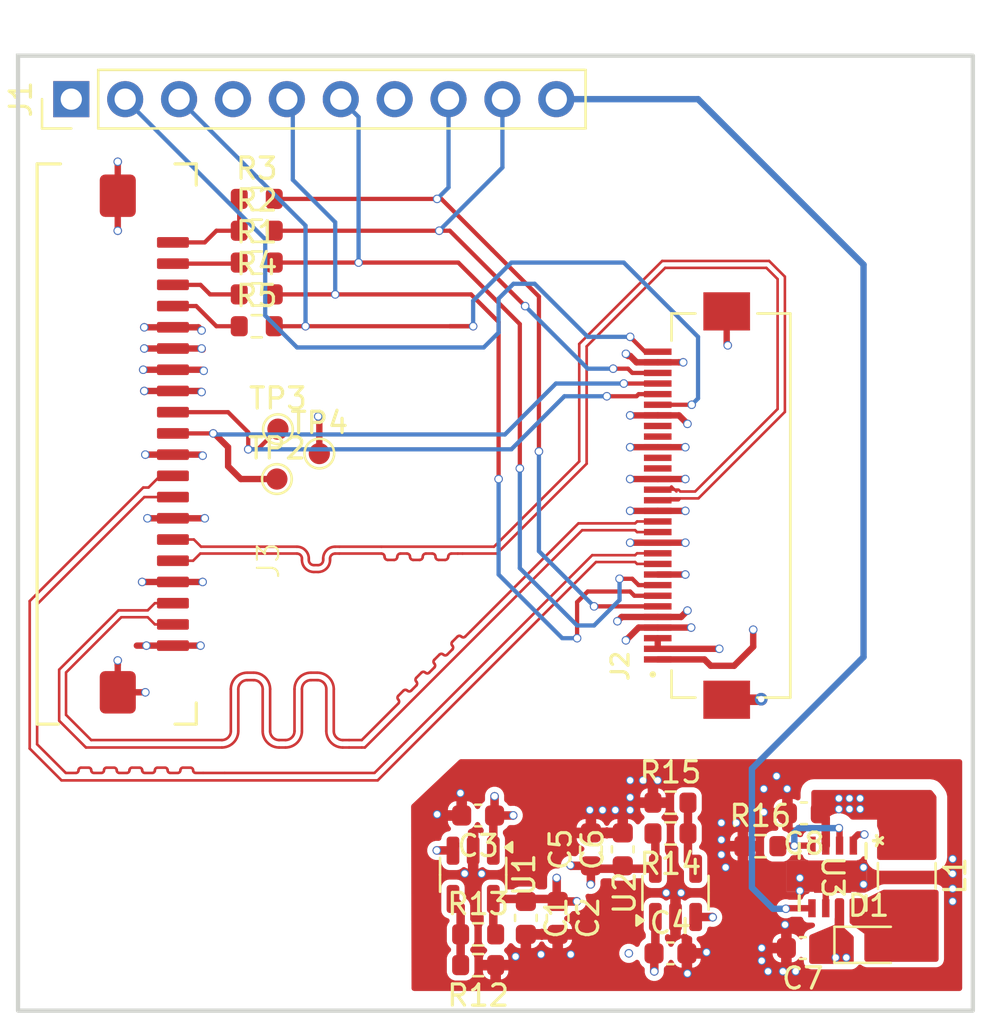
<source format=kicad_pcb>
(kicad_pcb (version 20241229) (generator "pcbnew") (generator_version "9.0")
  (layers (0 "F.Cu" signal) (4 "In1.Cu" signal) (6 "In2.Cu" signal) (2 "B.Cu" signal) (13 "F.Paste" user) (15 "B.Paste" user) (5 "F.SilkS" user "F.Silkscreen") (7 "B.SilkS" user "B.Silkscreen") (1 "F.Mask" user) (3 "B.Mask" user) (25 "Edge.Cuts" user))
  (net 0 "")
  (net 1 "GND")
  (net 2 "+2V8")
  (net 3 "+3V3")
  (net 4 "/ LED_A")
  (net 5 "Net-(D1-A)")
  (net 6 "/DC_LED_PWM")
  (net 7 "/PWM")
  (net 8 "Net-(J3-Pin_19)")
  (net 9 "/TP_RES")
  (net 10 "Net-(J3-Pin_20)")
  (net 11 "/RESET")
  (net 12 "/TE")
  (net 13 "Net-(J3-Pin_18)")
  (net 14 "/TP_INT")
  (net 15 "Net-(J3-Pin_17)")
  (net 16 "/LCM_ID")
  (net 17 "Net-(U1-FB)")
  (net 18 "Net-(U2-FB)")
  (net 19 "Net-(U3-FB)")
  (net 20 "/ LED_K")
  (net 21 "/D0_P")
  (net 22 "+1V8")
  (net 23 "/D3_N")
  (net 24 "/CLK_P")
  (net 25 "/D1_P")
  (net 26 "/D0_N")
  (net 27 "/TP_SDA")
  (net 28 "/CLK_N")
  (net 29 "/TP_SCL")
  (net 30 "/D3_P")
  (net 31 "/D2_P")
  (net 32 "/D1_N")
  (net 33 "/D2_N")
  (footprint "TestPoint:TestPoint_Pad_D1.0mm" (layer "F.Cu") (at 110.05 51.1)
    (property "Reference" "TP4")
    (property "Value" "TestPoint")
  )
  (footprint "Resistor_SMD:R_0603_1608Metric" (layer "F.Cu") (at 107.1 40.6)
    (property "Reference" "R2")
    (property "Value" "0")
  )
  (footprint "Connector_PinHeader_2.54mm:PinHeader_1x10_P2.54mm_Vertical" (layer "F.Cu") (at 98.36 34.4 90)
    (property "Reference" "J1")
    (property "Value" "Conn_01x10")
  )
  (footprint "Capacitor_SMD:C_0603_1608Metric" (layer "F.Cu") (at 124.35 69.75 90)
    (property "Reference" "C6")
    (property "Value" "4.7uF")
  )
  (footprint "Package_TO_SOT_SMD:SOT-23-5" (layer "F.Cu") (at 117.3 70.95 -90)
    (property "Reference" "U1")
    (property "Value" "TLV75801PDBV")
  )
  (footprint "Resistor_SMD:R_0603_1608Metric" (layer "F.Cu") (at 107.1 43.6)
    (property "Reference" "R4")
    (property "Value" "0")
  )
  (footprint "Capacitor_SMD:C_0603_1608Metric" (layer "F.Cu") (at 122.85 69.75 90)
    (property "Reference" "C5")
    (property "Value" "0.47uF")
  )
  (footprint "Resistor_SMD:R_0603_1608Metric" (layer "F.Cu") (at 107.1 42.1)
    (property "Reference" "R1")
    (property "Value" "0")
  )
  (footprint "Diode_SMD:D_SOD-323" (layer "F.Cu") (at 135.9375 74.25)
    (property "Reference" "D1")
    (property "Value" "1N5819WS")
  )
  (footprint "TestPoint:TestPoint_Pad_D1.0mm" (layer "F.Cu") (at 108.1 49.95)
    (property "Reference" "TP3")
    (property "Value" "TestPoint")
  )
  (footprint "Resistor_SMD:R_0603_1608Metric" (layer "F.Cu") (at 130.8375 69.6)
    (property "Reference" "R16")
    (property "Value" "6.8")
  )
  (footprint "lib:DRB8_1P75X1P5" (layer "F.Cu") (at 134.2438 71.05 -90)
    (property "Reference" "U3")
    (property "Value" "TPS61042DRBR")
  )
  (footprint "Capacitor_SMD:C_0603_1608Metric" (layer "F.Cu") (at 119.785 72.980001 -90)
    (property "Reference" "C1")
    (property "Value" "0.47uF")
  )
  (footprint "lib:HIROSE_FH12-30S-0.5SH_55_" (layer "F.Cu") (at 126 53.55 90)
    (property "Reference" "J2")
    (property "Value" "FH12-30S-0.5SH_55_")
  )
  (footprint "Inductor_SMD:L_1210_3225Metric" (layer "F.Cu") (at 137.7375 71 -90)
    (property "Reference" "L1")
    (property "Value" "L")
  )
  (footprint "Capacitor_SMD:C_0603_1608Metric" (layer "F.Cu") (at 132.8875 68.05 180)
    (property "Reference" "C8")
    (property "Value" "4.7uF")
  )
  (footprint "Package_TO_SOT_SMD:SOT-23-5" (layer "F.Cu") (at 126.8375 71.8 90)
    (property "Reference" "U2")
    (property "Value" "TLV75801PDBV")
  )
  (footprint "TestPoint:TestPoint_Pad_D1.0mm" (layer "F.Cu") (at 108.05 52.3)
    (property "Reference" "TP2")
    (property "Value" "TestPoint")
  )
  (footprint "Resistor_SMD:R_0603_1608Metric" (layer "F.Cu") (at 107.1 39.1)
    (property "Reference" "R3")
    (property "Value" "0")
  )
  (footprint "Resistor_SMD:R_0603_1608Metric" (layer "F.Cu") (at 107.1 45.1)
    (property "Reference" "R5")
    (property "Value" "0")
  )
  (footprint "Resistor_SMD:R_0603_1608Metric" (layer "F.Cu") (at 117.535 73.755001)
    (property "Reference" "R13")
    (property "Value" "160k")
  )
  (footprint "Capacitor_SMD:C_0603_1608Metric" (layer "F.Cu") (at 117.535 68.155001 180)
    (property "Reference" "C3")
    (property "Value" "0.47uF")
  )
  (footprint "Capacitor_SMD:C_0603_1608Metric" (layer "F.Cu") (at 132.8375 74.4 180)
    (property "Reference" "C7")
    (property "Value" "1uF")
  )
  (footprint "Resistor_SMD:R_0603_1608Metric" (layer "F.Cu") (at 126.6 67.55)
    (property "Reference" "R15")
    (property "Value" "100k")
  )
  (footprint "Capacitor_SMD:C_0603_1608Metric" (layer "F.Cu") (at 121.285 72.980001 -90)
    (property "Reference" "C2")
    (property "Value" "4.7uF")
  )
  (footprint "Resistor_SMD:R_0603_1608Metric" (layer "F.Cu") (at 126.6 69 180)
    (property "Reference" "R14")
    (property "Value" "230k")
  )
  (footprint "Resistor_SMD:R_0603_1608Metric" (layer "F.Cu") (at 117.535 75.205001 180)
    (property "Reference" "R12")
    (property "Value" "39k")
  )
  (footprint "Capacitor_SMD:C_0603_1608Metric" (layer "F.Cu") (at 126.6 74.65)
    (property "Reference" "C4")
    (property "Value" "0.47uF")
  )
  (footprint "lib:FC-10A20P11H20" (layer "F.Cu") (at 108.15 56.15 90)
    (property "Reference" "J3")
    (property "Value" "Conn_01x22")
  )
  (gr_rect (start 95.85 32.35) (end 140.85 77.35) (stroke (width 0.2)) (fill no) (layer "Edge.Cuts"))
  (segment (start 110.05 49.4) (end 110 49.35) (width 0.3) (layer "F.Cu") (net 1))
  (segment (start 104.45 60.15) (end 103.15 60.15) (width 0.3) (layer "F.Cu") (net 1))
  (segment (start 104.45 48.15) (end 104.5 48.2) (width 0.3) (layer "F.Cu") (net 1))
  (segment (start 129.25 45.95) (end 129.3 46) (width 0.3) (layer "F.Cu") (net 1))
  (segment (start 104.5 51.15) (end 104.55 51.2) (width 0.3) (layer "F.Cu") (net 1))
  (segment (start 103.15 51.15) (end 101.85 51.15) (width 0.3) (layer "F.Cu") (net 1))
  (segment (start 133.918799 71.375001) (end 134.2438 71.05) (width 0.3) (layer "F.Cu") (net 1))
  (segment (start 103.15 51.15) (end 104.5 51.15) (width 0.3) (layer "F.Cu") (net 1))
  (segment (start 130.85 62.7) (end 130.875 62.675) (width 0.5) (layer "F.Cu") (net 1))
  (segment (start 101.45 60.15) (end 101.900001 60.15) (width 0.3) (layer "F.Cu") (net 1))
  (segment (start 103.15 57.15) (end 104.55 57.15) (width 0.3) (layer "F.Cu") (net 1))
  (segment (start 100.55 38.95) (end 100.55 40.6) (width 0.3) (layer "F.Cu") (net 1))
  (segment (start 103.150001 54.15) (end 101.95 54.15) (width 0.3) (layer "F.Cu") (net 1))
  (segment (start 126 49.3) (end 124.7 49.3) (width 0.3) (layer "F.Cu") (net 1))
  (segment (start 124.7 52.3) (end 124.700001 52.300001) (width 0.3) (layer "F.Cu") (net 1))
  (segment (start 103.15 48.15) (end 101.8 48.15) (width 0.3) (layer "F.Cu") (net 1))
  (segment (start 126 55.3) (end 124.7 55.3) (width 0.3) (layer "F.Cu") (net 1))
  (segment (start 126 55.3) (end 127.3 55.3) (width 0.3) (layer "F.Cu") (net 1))
  (segment (start 100.55 61.05) (end 100.55 60.85) (width 0.3) (layer "F.Cu") (net 1))
  (segment (start 103.150001 45.15) (end 101.8 45.15) (width 0.3) (layer "F.Cu") (net 1))
  (segment (start 101.849999 62.350001) (end 101.85 62.35) (width 0.3) (layer "F.Cu") (net 1))
  (segment (start 100.55 62.350001) (end 100.55 61.05) (width 0.3) (layer "F.Cu") (net 1))
  (segment (start 127.299999 52.300001) (end 127.3 52.3) (width 0.3) (layer "F.Cu") (net 1))
  (segment (start 126 49.3) (end 127 49.3) (width 0.3) (layer "F.Cu") (net 1))
  (segment (start 129.25 44.4) (end 129.25 45.95) (width 0.3) (layer "F.Cu") (net 1))
  (segment (start 126 53.8) (end 127.3 53.8) (width 0.3) (layer "F.Cu") (net 1))
  (segment (start 133.918799 72.525001) (end 133.918799 71.375001) (width 0.3) (layer "F.Cu") (net 1))
  (segment (start 103.150001 45.15) (end 104.35 45.15) (width 0.3) (layer "F.Cu") (net 1))
  (segment (start 110.05 51.1) (end 110.05 49.4) (width 0.3) (layer "F.Cu") (net 1))
  (segment (start 100.55 37.35) (end 100.55 38.95) (width 0.3) (layer "F.Cu") (net 1))
  (segment (start 103.15 48.15) (end 104.45 48.15) (width 0.3) (layer "F.Cu") (net 1))
  (segment (start 127 49.3) (end 127.4 49.7) (width 0.3) (layer "F.Cu") (net 1))
  (segment (start 126 52.300001) (end 127.299999 52.300001) (width 0.3) (layer "F.Cu") (net 1))
  (segment (start 103.15 57.15) (end 101.7 57.15) (width 0.3) (layer "F.Cu") (net 1))
  (segment (start 126 56.8) (end 127.3 56.8) (width 0.3) (layer "F.Cu") (net 1))
  (segment (start 103.150001 54.15) (end 104.65 54.15) (width 0.3) (layer "F.Cu") (net 1))
  (segment (start 100.55 62.350001) (end 101.849999 62.350001) (width 0.3) (layer "F.Cu") (net 1))
  (segment (start 126 53.8) (end 124.7 53.8) (width 0.3) (layer "F.Cu") (net 1))
  (segment (start 101.900001 60.15) (end 103.199999 60.15) (width 0.3) (layer "F.Cu") (net 1))
  (segment (start 129.25 62.7) (end 130.85 62.7) (width 0.5) (layer "F.Cu") (net 1))
  (segment (start 126 50.8) (end 127.3 50.8) (width 0.3) (layer "F.Cu") (net 1))
  (segment (start 126 50.8) (end 124.7 50.8) (width 0.3) (layer "F.Cu") (net 1))
  (segment (start 126 52.300001) (end 124.700001 52.300001) (width 0.3) (layer "F.Cu") (net 1))
  (segment (start 104.35 45.15) (end 104.5 45.3) (width 0.3) (layer "F.Cu") (net 1))
  (via (at 100.55 60.85) (size 0.4) (drill 0.3) (layers "F.Cu" "B.Cu") (net 1))
  (via (at 135.7 71.4) (size 0.4) (drill 0.3) (layers "F.Cu" "B.Cu") (net 1))
  (via (at 110 49.35) (size 0.4) (drill 0.3) (layers "F.Cu" "B.Cu") (net 1))
  (via (at 101.7 57.15) (size 0.4) (drill 0.3) (layers "F.Cu" "B.Cu") (net 1))
  (via (at 124.7 52.3) (size 0.4) (drill 0.3) (layers "F.Cu" "B.Cu") (net 1))
  (via (at 119.3 74.8) (size 0.4) (drill 0.3) (layers "F.Cu" "B.Cu") (net 1))
  (via (at 129.7 68.5) (size 0.4) (drill 0.3) (layers "F.Cu" "B.Cu") (net 1))
  (via (at 130.9 75) (size 0.4) (drill 0.3) (layers "F.Cu" "B.Cu") (net 1))
  (via (at 124.7 66.5) (size 0.4) (drill 0.3) (layers "F.Cu" "B.Cu") (net 1))
  (via (at 132.7 71.7) (size 0.4) (drill 0.3) (layers "F.Cu" "B.Cu") (net 1))
  (via (at 126.4 71.8) (size 0.4) (drill 0.3) (layers "F.Cu" "B.Cu") (net 1))
  (via (at 104.55 51.2) (size 0.4) (drill 0.3) (layers "F.Cu" "B.Cu") (net 1))
  (via (at 132 73.3) (size 0.4) (drill 0.3) (layers "F.Cu" "B.Cu") (net 1))
  (via (at 131.9 75.5) (size 0.4) (drill 0.3) (layers "F.Cu" "B.Cu") (net 1))
  (via (at 139.9 70.9) (size 0.4) (drill 0.3) (layers "F.Cu" "B.Cu") (net 1))
  (via (at 131 66.9) (size 0.4) (drill 0.3) (layers "F.Cu" "B.Cu") (net 1))
  (via (at 100.55 40.6) (size 0.4) (drill 0.3) (layers "F.Cu" "B.Cu") (net 1))
  (via (at 127.4 49.7) (size 0.4) (drill 0.3) (layers "F.Cu" "B.Cu") (net 1))
  (via (at 129.2 70.6) (size 0.4) (drill 0.3) (layers "F.Cu" "B.Cu") (net 1))
  (via (at 132.1 66.9) (size 0.4) (drill 0.3) (layers "F.Cu" "B.Cu") (net 1))
  (via (at 129 68.5) (size 0.4) (drill 0.3) (layers "F.Cu" "B.Cu") (net 1))
  (via (at 139.9 71.6) (size 0.4) (drill 0.3) (layers "F.Cu" "B.Cu") (net 1))
  (via (at 104.5 48.2) (size 0.4) (drill 0.3) (layers "F.Cu" "B.Cu") (net 1))
  (via (at 123.4 67.9) (size 0.4) (drill 0.3) (layers "F.Cu" "B.Cu") (net 1))
  (via (at 127.1 71.8) (size 0.4) (drill 0.3) (layers "F.Cu" "B.Cu") (net 1))
  (via (at 116.9 70.889076) (size 0.4) (drill 0.3) (layers "F.Cu" "B.Cu") (net 1))
  (via (at 101.8 48.15) (size 0.4) (drill 0.3) (layers "F.Cu" "B.Cu") (net 1))
  (via (at 125.3 66.5) (size 0.4) (drill 0.3) (layers "F.Cu" "B.Cu") (net 1))
  (via (at 124 67.9) (size 0.4) (drill 0.3) (layers "F.Cu" "B.Cu") (net 1))
  (via (at 101.95 54.15) (size 0.4) (drill 0.3) (layers "F.Cu" "B.Cu") (net 1))
  (via (at 129 70) (size 0.4) (drill 0.3) (layers "F.Cu" "B.Cu") (net 1))
  (via (at 131 68) (size 0.4) (drill 0.3) (layers "F.Cu" "B.Cu") (net 1))
  (via (at 127.3 56.8) (size 0.4) (drill 0.3) (layers "F.Cu" "B.Cu") (net 1))
  (via (at 120.5 74.7) (size 0.4) (drill 0.3) (layers "F.Cu" "B.Cu") (net 1))
  (via (at 100.55 37.35) (size 0.4) (drill 0.3) (layers "F.Cu" "B.Cu") (net 1))
  (via (at 101.85 51.15) (size 0.4) (drill 0.3) (layers "F.Cu" "B.Cu") (net 1))
  (via (at 104.5 45.3) (size 0.4) (drill 0.3) (layers "F.Cu" "B.Cu") (net 1))
  (via (at 124.7 67.9) (size 0.4) (drill 0.3) (layers "F.Cu" "B.Cu") (net 1))
  (via (at 121.9 74.7) (size 0.4) (drill 0.3) (layers "F.Cu" "B.Cu") (net 1))
  (via (at 104.45 60.15) (size 0.4) (drill 0.3) (layers "F.Cu" "B.Cu") (net 1))
  (via (at 127.3 52.3) (size 0.4) (drill 0.3) (layers "F.Cu" "B.Cu") (net 1))
  (via (at 127.3 50.8) (size 0.4) (drill 0.3) (layers "F.Cu" "B.Cu") (net 1))
  (via (at 124.7 53.8) (size 0.4) (drill 0.3) (layers "F.Cu" "B.Cu") (net 1))
  (via (at 139.9 72.2) (size 0.4) (drill 0.3) (layers "F.Cu" "B.Cu") (net 1))
  (via (at 115.6 68.1) (size 0.4) (drill 0.3) (layers "F.Cu" "B.Cu") (net 1))
  (via (at 129 69.3) (size 0.4) (drill 0.3) (layers "F.Cu" "B.Cu") (net 1))
  (via (at 104.65 54.15) (size 0.4) (drill 0.3) (layers "F.Cu" "B.Cu") (net 1))
  (via (at 132.7 71.1) (size 0.4) (drill 0.3) (layers "F.Cu" "B.Cu") (net 1))
  (via (at 131.2 75.5) (size 0.4) (drill 0.3) (layers "F.Cu" "B.Cu") (net 1))
  (via (at 101.85 62.35) (size 0.4) (drill 0.3) (layers "F.Cu" "B.Cu") (net 1))
  (via (at 129.3 46) (size 0.4) (drill 0.3) (layers "F.Cu" "B.Cu") (net 1))
  (via (at 130.9 74.4) (size 0.4) (drill 0.3) (layers "F.Cu" "B.Cu") (net 1))
  (via (at 127.4 75.6) (size 0.4) (drill 0.3) (layers "F.Cu" "B.Cu") (net 1))
  (via (at 127.3 55.3) (size 0.4) (drill 0.3) (layers "F.Cu" "B.Cu") (net 1))
  (via (at 127.3 53.8) (size 0.4) (drill 0.3) (layers "F.Cu" "B.Cu") (net 1))
  (via (at 124.7 55.3) (size 0.4) (drill 0.3) (layers "F.Cu" "B.Cu") (net 1))
  (via (at 104.55 57.15) (size 0.4) (drill 0.3) (layers "F.Cu" "B.Cu") (net 1))
  (via (at 132.5 75.5) (size 0.4) (drill 0.3) (layers "F.Cu" "B.Cu") (net 1))
  (via (at 135.7 70.6) (size 0.4) (drill 0.3) (layers "F.Cu" "B.Cu") (net 1))
  (via (at 124.7 49.3) (size 0.4) (drill 0.3) (layers "F.Cu" "B.Cu") (net 1))
  (via (at 101.900001 60.15) (size 0.4) (drill 0.3) (layers "F.Cu" "B.Cu") (net 1))
  (via (at 124.7 50.8) (size 0.4) (drill 0.3) (layers "F.Cu" "B.Cu") (net 1))
  (via (at 130.875 62.675) (size 0.6) (drill 0.3) (layers "F.Cu" "B.Cu") (net 1))
  (via (at 128.3 74.6) (size 0.4) (drill 0.3) (layers "F.Cu" "B.Cu") (net 1))
  (via (at 122.8 67.9) (size 0.4) (drill 0.3) (layers "F.Cu" "B.Cu") (net 1))
  (via (at 139.9 70.2) (size 0.4) (drill 0.3) (layers "F.Cu" "B.Cu") (net 1))
  (via (at 116.7 67.1) (size 0.4) (drill 0.3) (layers "F.Cu" "B.Cu") (net 1))
  (via (at 117.7 70.9) (size 0.4) (drill 0.3) (layers "F.Cu" "B.Cu") (net 1))
  (via (at 101.8 45.15) (size 0.4) (drill 0.3) (layers "F.Cu" "B.Cu") (net 1))
  (via (at 124.7 67.3) (size 0.4) (drill 0.3) (layers "F.Cu" "B.Cu") (net 1))
  (via (at 126 66.5) (size 0.4) (drill 0.3) (layers "F.Cu" "B.Cu") (net 1))
  (via (at 131.6 66.3) (size 0.4) (drill 0.3) (layers "F.Cu" "B.Cu") (net 1))
  (segment (start 124.7 46.5) (end 124.6 46.5) (width 0.3) (layer "F.Cu") (net 2))
  (segment (start 121.2375 72.157501) (end 121.2375 71.1) (width 0.4) (layer "F.Cu") (net 2))
  (segment (start 127 46.8) (end 127.2 46.8) (width 0.3) (layer "F.Cu") (net 2))
  (segment (start 126 46.8) (end 125 46.8) (width 0.3) (layer "F.Cu") (net 2))
  (segment (start 124.6 46.5) (end 124.5 46.4) (width 0.3) (layer "F.Cu") (net 2))
  (segment (start 126 59.3) (end 127.575 59.3) (width 0.3) (layer "F.Cu") (net 2))
  (segment (start 118.249999 72.0875) (end 121.167499 72.0875) (width 0.4) (layer "F.Cu") (net 2))
  (segment (start 126 59.3) (end 125.1 59.3) (width 0.3) (layer "F.Cu") (net 2))
  (segment (start 126 46.8) (end 127 46.8) (width 0.3) (layer "F.Cu") (net 2))
  (segment (start 121.285 72.205001) (end 122.182499 72.205001) (width 0.4) (layer "F.Cu") (net 2))
  (segment (start 118.249999 72.0875) (end 118.249999 73.645) (width 0.4) (layer "F.Cu") (net 2))
  (segment (start 118.249999 73.645) (end 118.36 73.755001) (width 0.4) (layer "F.Cu") (net 2))
  (segment (start 121.285 72.205001) (end 121.2375 72.157501) (width 0.4) (layer "F.Cu") (net 2))
  (segment (start 121.167499 72.0875) (end 121.285 72.205001) (width 0.4) (layer "F.Cu") (net 2))
  (segment (start 125 46.8) (end 124.7 46.5) (width 0.3) (layer "F.Cu") (net 2))
  (segment (start 122.182499 72.205001) (end 122.1875 72.2) (width 0.4) (layer "F.Cu") (net 2))
  (segment (start 125.1 59.3) (end 124.5 59.9) (width 0.3) (layer "F.Cu") (net 2))
  (via (at 121.2375 71.1) (size 0.4) (drill 0.3) (layers "F.Cu" "B.Cu") (net 2))
  (via (at 124.5 46.4) (size 0.4) (drill 0.3) (layers "F.Cu" "B.Cu") (net 2))
  (via (at 127.2 46.8) (size 0.4) (drill 0.3) (layers "F.Cu" "B.Cu") (net 2))
  (via (at 124.5 59.9) (size 0.4) (drill 0.3) (layers "F.Cu" "B.Cu") (net 2))
  (via (at 122.1875 72.2) (size 0.4) (drill 0.3) (layers "F.Cu" "B.Cu") (net 2))
  (via (at 127.575 59.3) (size 0.4) (drill 0.3) (layers "F.Cu" "B.Cu") (net 2))
  (segment (start 133.918799 69.574999) (end 133.918799 68.306299) (width 0.4) (layer "F.Cu") (net 3))
  (segment (start 103.15 46.15) (end 104.5 46.15) (width 0.3) (layer "F.Cu") (net 3))
  (segment (start 125.887501 72.9375) (end 125.887501 74.587499) (width 0.4) (layer "F.Cu") (net 3))
  (segment (start 128.575 72.9375) (end 128.5875 72.95) (width 0.4) (layer "F.Cu") (net 3))
  (segment (start 118.249999 69.8125) (end 118.249999 68.215002) (width 0.4) (layer "F.Cu") (net 3))
  (segment (start 133.918799 68.306299) (end 133.6625 68.05) (width 0.4) (layer "F.Cu") (net 3))
  (segment (start 119.182499 68.155001) (end 119.1875 68.15) (width 0.4) (layer "F.Cu") (net 3))
  (segment (start 103.15 47.15) (end 104.55 47.15) (width 0.3) (layer "F.Cu") (net 3))
  (segment (start 125.887501 74.587499) (end 125.825 74.65) (width 0.4) (layer "F.Cu") (net 3))
  (segment (start 104.55 47.15) (end 104.6 47.2) (width 0.3) (layer "F.Cu") (net 3))
  (segment (start 104.5 46.15) (end 104.55 46.2) (width 0.3) (layer "F.Cu") (net 3))
  (segment (start 116.350001 69.8125) (end 116.337501 69.8) (width 0.4) (layer "F.Cu") (net 3))
  (segment (start 116.337501 69.8) (end 115.5875 69.8) (width 0.4) (layer "F.Cu") (net 3))
  (segment (start 103.15 47.15) (end 101.75 47.15) (width 0.3) (layer "F.Cu") (net 3))
  (segment (start 118.31 67.25) (end 118.31 68.155001) (width 0.4) (layer "F.Cu") (net 3))
  (segment (start 103.15 46.15) (end 101.8 46.15) (width 0.3) (layer "F.Cu") (net 3))
  (segment (start 127.787499 72.9375) (end 128.575 72.9375) (width 0.4) (layer "F.Cu") (net 3))
  (segment (start 125.8375 74.6625) (end 125.8375 75.5) (width 0.4) (layer "F.Cu") (net 3))
  (segment (start 125.825 74.65) (end 125.8375 74.6625) (width 0.4) (layer "F.Cu") (net 3))
  (segment (start 118.249999 68.215002) (end 118.31 68.155001) (width 0.4) (layer "F.Cu") (net 3))
  (segment (start 118.31 68.155001) (end 119.182499 68.155001) (width 0.4) (layer "F.Cu") (net 3))
  (via (at 104.5 46.15) (size 0.4) (drill 0.3) (layers "F.Cu" "B.Cu") (net 3))
  (via (at 115.5875 69.8) (size 0.4) (drill 0.3) (layers "F.Cu" "B.Cu") (net 3))
  (via (at 119.1875 68.15) (size 0.4) (drill 0.3) (layers "F.Cu" "B.Cu") (net 3))
  (via (at 135.0375 67.35) (size 0.4) (drill 0.3) (layers "F.Cu" "B.Cu") (net 3))
  (via (at 128.5875 72.95) (size 0.4) (drill 0.3) (layers "F.Cu" "B.Cu") (net 3))
  (via (at 135.5375 67.85) (size 0.4) (drill 0.3) (layers "F.Cu" "B.Cu") (net 3))
  (via (at 135.0375 67.85) (size 0.4) (drill 0.3) (layers "F.Cu" "B.Cu") (net 3))
  (via (at 118.31 67.25) (size 0.4) (drill 0.3) (layers "F.Cu" "B.Cu") (net 3))
  (via (at 134.5375 67.35) (size 0.4) (drill 0.3) (layers "F.Cu" "B.Cu") (net 3))
  (via (at 101.8 46.15) (size 0.4) (drill 0.3) (layers "F.Cu" "B.Cu") (net 3))
  (via (at 101.75 47.15) (size 0.4) (drill 0.3) (layers "F.Cu" "B.Cu") (net 3))
  (via (at 135.5375 67.35) (size 0.4) (drill 0.3) (layers "F.Cu" "B.Cu") (net 3))
  (via (at 134.5375 67.85) (size 0.4) (drill 0.3) (layers "F.Cu" "B.Cu") (net 3))
  (via (at 104.6 47.2) (size 0.4) (drill 0.3) (layers "F.Cu" "B.Cu") (net 3))
  (via (at 124.6375 74.65) (size 0.4) (drill 0.3) (layers "F.Cu" "B.Cu") (net 3))
  (via (at 125.8375 75.5) (size 0.4) (drill 0.3) (layers "F.Cu" "B.Cu") (net 3))
  (segment (start 126 60.8) (end 128.2 60.8) (width 0.3) (layer "F.Cu") (net 4))
  (segment (start 128.2 60.8) (end 128.5 61.1) (width 0.3) (layer "F.Cu") (net 4))
  (segment (start 129.6 61.1) (end 130.5 60.2) (width 0.3) (layer "F.Cu") (net 4))
  (segment (start 130.5 60.2) (end 130.5 59.4) (width 0.3) (layer "F.Cu") (net 4))
  (segment (start 128.5 61.1) (end 129.6 61.1) (width 0.3) (layer "F.Cu") (net 4))
  (via (at 134.8875 74.85) (size 0.4) (drill 0.3) (layers "F.Cu" "B.Cu") (net 4))
  (via (at 130.5 59.4) (size 0.4) (drill 0.3) (layers "F.Cu" "B.Cu") (net 4))
  (via (at 134.3875 74.85) (size 0.4) (drill 0.3) (layers "F.Cu" "B.Cu") (net 4))
  (segment (start 132.062499 72.525001) (end 132.0375 72.55) (width 0.3) (layer "F.Cu") (net 6))
  (segment (start 133.268801 72.525001) (end 132.062499 72.525001) (width 0.3) (layer "F.Cu") (net 6))
  (via (at 132.0375 72.55) (size 0.4) (drill 0.3) (layers "F.Cu" "B.Cu") (net 6))
  (segment (start 135.7 60.6875) (end 135.5375 60.85) (width 0.3) (layer "B.Cu") (net 6))
  (segment (start 121.22 34.4) (end 127.9 34.4) (width 0.3) (layer "B.Cu") (net 6))
  (segment (start 131.4375 72.55) (end 132.0375 72.55) (width 0.3) (layer "B.Cu") (net 6))
  (segment (start 130.4375 65.95) (end 130.4375 71.55) (width 0.3) (layer "B.Cu") (net 6))
  (segment (start 130.4375 71.55) (end 131.4375 72.55) (width 0.3) (layer "B.Cu") (net 6))
  (segment (start 135.7 42.2) (end 135.7 60.6875) (width 0.3) (layer "B.Cu") (net 6))
  (segment (start 135.5375 60.85) (end 130.4375 65.95) (width 0.3) (layer "B.Cu") (net 6))
  (segment (start 127.9 34.4) (end 135.7 42.2) (width 0.3) (layer "B.Cu") (net 6))
  (segment (start 119.5 45) (end 116.6 42.1) (width 0.2) (layer "F.Cu") (net 7))
  (segment (start 116.6 42.1) (end 107.925 42.1) (width 0.2) (layer "F.Cu") (net 7))
  (segment (start 119.5 51.8) (end 119.5 45) (width 0.2) (layer "F.Cu") (net 7))
  (segment (start 126 57.299999) (end 125.099999 57.299999) (width 0.2) (layer "F.Cu") (net 7))
  (segment (start 125.099999 57.299999) (end 124.8 57) (width 0.2) (layer "F.Cu") (net 7))
  (segment (start 124.8 57) (end 124.2 57) (width 0.2) (layer "F.Cu") (net 7))
  (via (at 111.9 42.1) (size 0.4) (drill 0.3) (layers "F.Cu" "B.Cu") (net 7))
  (via (at 124.2 57) (size 0.4) (drill 0.3) (layers "F.Cu" "B.Cu") (net 7))
  (via (at 119.5 51.8) (size 0.4) (drill 0.3) (layers "F.Cu" "B.Cu") (net 7))
  (segment (start 122.2 59.2) (end 123 59.2) (width 0.2) (layer "B.Cu") (net 7))
  (segment (start 123 59.2) (end 124.2 58) (width 0.2) (layer "B.Cu") (net 7))
  (segment (start 111.06 34.4) (end 111.9 35.24) (width 0.2) (layer "B.Cu") (net 7))
  (segment (start 119.5 56.5) (end 122.2 59.2) (width 0.2) (layer "B.Cu") (net 7))
  (segment (start 111.9 35.24) (end 111.9 42.1) (width 0.2) (layer "B.Cu") (net 7))
  (segment (start 124.2 58) (end 124.2 57) (width 0.2) (layer "B.Cu") (net 7))
  (segment (start 119.5 51.8) (end 119.5 56.5) (width 0.2) (layer "B.Cu") (net 7))
  (segment (start 103.15 42.15) (end 106.225 42.15) (width 0.2) (layer "F.Cu") (net 8))
  (segment (start 106.225 42.15) (end 106.275 42.1) (width 0.2) (layer "F.Cu") (net 8))
  (segment (start 123.9 47.1) (end 124.6 47.1) (width 0.2) (layer "F.Cu") (net 9))
  (segment (start 116.2 40.6) (end 107.925 40.6) (width 0.2) (layer "F.Cu") (net 9))
  (segment (start 124.800001 47.300001) (end 126 47.300001) (width 0.2) (layer "F.Cu") (net 9))
  (segment (start 124.6 47.1) (end 124.800001 47.300001) (width 0.2) (layer "F.Cu") (net 9))
  (segment (start 119.75 44.15) (end 116.2 40.6) (width 0.2) (layer "F.Cu") (net 9))
  (via (at 115.7 40.6) (size 0.4) (drill 0.3) (layers "F.Cu" "B.Cu") (net 9))
  (via (at 119.75 44.15) (size 0.4) (drill 0.3) (layers "F.Cu" "B.Cu") (net 9))
  (via (at 123.9 47.1) (size 0.4) (drill 0.3) (layers "F.Cu" "B.Cu") (net 9))
  (segment (start 118.68 37.62) (end 115.7 40.6) (width 0.2) (layer "B.Cu") (net 9))
  (segment (start 123.9 47.1) (end 122.7 47.1) (width 0.2) (layer "B.Cu") (net 9))
  (segment (start 122.7 47.1) (end 119.75 44.15) (width 0.2) (layer "B.Cu") (net 9))
  (segment (start 118.68 34.4) (end 118.68 37.62) (width 0.2) (layer "B.Cu") (net 9))
  (segment (start 105.2 40.6) (end 106.275 40.6) (width 0.2) (layer "F.Cu") (net 10))
  (segment (start 106.275 39.1) (end 106.275 40.6) (width 0.2) (layer "F.Cu") (net 10))
  (segment (start 104.65 41.15) (end 105.2 40.6) (width 0.2) (layer "F.Cu") (net 10))
  (segment (start 103.15 41.15) (end 104.65 41.15) (width 0.2) (layer "F.Cu") (net 10))
  (segment (start 115.8 39.1) (end 118.2 41.5) (width 0.2) (layer "F.Cu") (net 11))
  (segment (start 120.4 43.7) (end 120.4 51) (width 0.2) (layer "F.Cu") (net 11))
  (segment (start 123 58.3) (end 126 58.3) (width 0.2) (layer "F.Cu") (net 11))
  (segment (start 107.925 39.1) (end 115.8 39.1) (width 0.2) (layer "F.Cu") (net 11))
  (segment (start 118.2 41.5) (end 120.4 43.7) (width 0.2) (layer "F.Cu") (net 11))
  (via (at 123 58.3) (size 0.4) (drill 0.3) (layers "F.Cu" "B.Cu") (net 11))
  (via (at 115.6 39.1) (size 0.4) (drill 0.3) (layers "F.Cu" "B.Cu") (net 11))
  (via (at 120.4 51) (size 0.4) (drill 0.3) (layers "F.Cu" "B.Cu") (net 11))
  (segment (start 123 58.3) (end 120.4 55.7) (width 0.2) (layer "B.Cu") (net 11))
  (segment (start 120.4 55.7) (end 120.4 51) (width 0.2) (layer "B.Cu") (net 11))
  (segment (start 116.140001 38.559999) (end 115.6 39.1) (width 0.2) (layer "B.Cu") (net 11))
  (segment (start 116.140001 34.4) (end 116.140001 38.559999) (width 0.2) (layer "B.Cu") (net 11))
  (segment (start 118.5 44.9) (end 117.2 43.6) (width 0.2) (layer "F.Cu") (net 12))
  (segment (start 122.2 59.8) (end 122.2 58.1) (width 0.2) (layer "F.Cu") (net 12))
  (segment (start 122.7 57.6) (end 124.7 57.6) (width 0.2) (layer "F.Cu") (net 12))
  (segment (start 118.5 52.3) (end 118.5 44.9) (width 0.2) (layer "F.Cu") (net 12))
  (segment (start 117.2 43.6) (end 107.925 43.6) (width 0.2) (layer "F.Cu") (net 12))
  (segment (start 122.2 58.1) (end 122.7 57.6) (width 0.2) (layer "F.Cu") (net 12))
  (segment (start 124.7 57.6) (end 124.9 57.8) (width 0.2) (layer "F.Cu") (net 12))
  (segment (start 124.9 57.8) (end 126 57.8) (width 0.2) (layer "F.Cu") (net 12))
  (via (at 118.5 52.3) (size 0.4) (drill 0.3) (layers "F.Cu" "B.Cu") (net 12))
  (via (at 122.2 59.8) (size 0.4) (drill 0.3) (layers "F.Cu" "B.Cu") (net 12))
  (via (at 110.8 43.6) (size 0.4) (drill 0.3) (layers "F.Cu" "B.Cu") (net 12))
  (segment (start 108.8 38.2) (end 110.8 40.2) (width 0.2) (layer "B.Cu") (net 12))
  (segment (start 122.2 59.8) (end 121.5 59.8) (width 0.2) (layer "B.Cu") (net 12))
  (segment (start 108.52 34.4) (end 108.8 34.68) (width 0.2) (layer "B.Cu") (net 12))
  (segment (start 110.8 40.2) (end 110.8 43.6) (width 0.2) (layer "B.Cu") (net 12))
  (segment (start 118.5 56.8) (end 118.5 52.3) (width 0.2) (layer "B.Cu") (net 12))
  (segment (start 121.5 59.8) (end 118.5 56.8) (width 0.2) (layer "B.Cu") (net 12))
  (segment (start 108.8 34.68) (end 108.8 38.2) (width 0.2) (layer "B.Cu") (net 12))
  (segment (start 104.45 43.15) (end 104.9 43.6) (width 0.2) (layer "F.Cu") (net 13))
  (segment (start 104.9 43.6) (end 106.275 43.6) (width 0.2) (layer "F.Cu") (net 13))
  (segment (start 103.15 43.15) (end 104.45 43.15) (width 0.2) (layer "F.Cu") (net 13))
  (segment (start 107.925 45.1) (end 117.3 45.1) (width 0.2) (layer "F.Cu") (net 14))
  (segment (start 117.3 45.1) (end 116.2 45.1) (width 0.2) (layer "F.Cu") (net 14))
  (segment (start 126 48.8) (end 127.6 48.8) (width 0.2) (layer "F.Cu") (net 14))
  (via (at 109.4 45.1) (size 0.4) (drill 0.3) (layers "F.Cu" "B.Cu") (net 14))
  (via (at 127.6 48.8) (size 0.4) (drill 0.3) (layers "F.Cu" "B.Cu") (net 14))
  (via (at 117.3 45.1) (size 0.4) (drill 0.3) (layers "F.Cu" "B.Cu") (net 14))
  (segment (start 117.3 45.1) (end 117.3 43.9) (width 0.2) (layer "B.Cu") (net 14))
  (segment (start 119.1 42.1) (end 124.4 42.1) (width 0.2) (layer "B.Cu") (net 14))
  (segment (start 103.439999 34.4) (end 109.4 40.360001) (width 0.2) (layer "B.Cu") (net 14))
  (segment (start 117.3 43.9) (end 119.1 42.1) (width 0.2) (layer "B.Cu") (net 14))
  (segment (start 124.4 42.1) (end 127.9 45.6) (width 0.2) (layer "B.Cu") (net 14))
  (segment (start 127.9 45.6) (end 127.9 48.5) (width 0.2) (layer "B.Cu") (net 14))
  (segment (start 127.9 48.5) (end 127.6 48.8) (width 0.2) (layer "B.Cu") (net 14))
  (segment (start 109.4 40.360001) (end 109.4 45.1) (width 0.2) (layer "B.Cu") (net 14))
  (segment (start 104.250001 44.150001) (end 105.2 45.1) (width 0.2) (layer "F.Cu") (net 15))
  (segment (start 105.2 45.1) (end 106.275 45.1) (width 0.2) (layer "F.Cu") (net 15))
  (segment (start 103.15 44.150001) (end 104.250001 44.150001) (width 0.2) (layer "F.Cu") (net 15))
  (segment (start 125.4 46.3) (end 124.7 45.6) (width 0.2) (layer "F.Cu") (net 16))
  (segment (start 126 46.3) (end 125.4 46.3) (width 0.2) (layer "F.Cu") (net 16))
  (via (at 124.7 45.6) (size 0.4) (drill 0.3) (layers "F.Cu" "B.Cu") (net 16))
  (segment (start 118.5 45.4) (end 117.8 46.1) (width 0.2) (layer "B.Cu") (net 16))
  (segment (start 120.2 43.1) (end 119.2 43.1) (width 0.2) (layer "B.Cu") (net 16))
  (segment (start 122.7 45.6) (end 120.2 43.1) (width 0.2) (layer "B.Cu") (net 16))
  (segment (start 118.5 43.8) (end 118.5 45.4) (width 0.2) (layer "B.Cu") (net 16))
  (segment (start 107.5 44.6) (end 107.5 41) (width 0.2) (layer "B.Cu") (net 16))
  (segment (start 117.8 46.1) (end 109 46.1) (width 0.2) (layer "B.Cu") (net 16))
  (segment (start 124.7 45.6) (end 122.7 45.6) (width 0.2) (layer "B.Cu") (net 16))
  (segment (start 109 46.1) (end 107.5 44.6) (width 0.2) (layer "B.Cu") (net 16))
  (segment (start 107.5 41) (end 100.9 34.4) (width 0.2) (layer "B.Cu") (net 16))
  (segment (start 119.2 43.1) (end 118.5 43.8) (width 0.2) (layer "B.Cu") (net 16))
  (segment (start 116.71 75.205001) (end 116.71 73.755001) (width 0.4) (layer "F.Cu") (net 17))
  (segment (start 116.71 73.755001) (end 116.71 72.447499) (width 0.4) (layer "F.Cu") (net 17))
  (segment (start 116.71 72.447499) (end 116.350001 72.0875) (width 0.4) (layer "F.Cu") (net 17))
  (segment (start 127.425 70.300001) (end 127.787499 70.6625) (width 0.4) (layer "F.Cu") (net 18))
  (segment (start 127.425 69) (end 127.425 70.300001) (width 0.4) (layer "F.Cu") (net 18))
  (segment (start 127.425 67.55) (end 127.425 69) (width 0.4) (layer "F.Cu") (net 18))
  (segment (start 134.568801 68.818699) (end 134.568801 69.574999) (width 0.3) (layer "F.Cu") (net 19))
  (segment (start 134.5375 68.787398) (end 134.568801 68.818699) (width 0.3) (layer "F.Cu") (net 19))
  (segment (start 133.268801 69.574999) (end 132.4375 69.574999) (width 0.3) (layer "F.Cu") (net 19))
  (segment (start 131.687501 69.574999) (end 131.6625 69.6) (width 0.3) (layer "F.Cu") (net 19))
  (segment (start 134.5375 68.75) (end 134.5375 68.787398) (width 0.3) (layer "F.Cu") (net 19))
  (segment (start 132.4375 69.574999) (end 131.687501 69.574999) (width 0.3) (layer "F.Cu") (net 19))
  (via (at 132.4375 69.574999) (size 0.4) (drill 0.3) (layers "F.Cu" "B.Cu") (net 19))
  (via (at 134.5375 68.75) (size 0.4) (drill 0.3) (layers "F.Cu" "B.Cu") (net 19))
  (segment (start 132.4375 68.95) (end 132.6375 68.75) (width 0.3) (layer "B.Cu") (net 19))
  (segment (start 132.4375 69.574999) (end 132.4375 68.95) (width 0.3) (layer "B.Cu") (net 19))
  (segment (start 132.6375 68.75) (end 134.5375 68.75) (width 0.3) (layer "B.Cu") (net 19))
  (segment (start 126 59.799999) (end 126 60.3) (width 0.3) (layer "F.Cu") (net 20))
  (segment (start 135.218799 69.574999) (end 135.218799 69.268701) (width 0.3) (layer "F.Cu") (net 20))
  (segment (start 135.4375 69.05) (end 135.7375 69.05) (width 0.3) (layer "F.Cu") (net 20))
  (segment (start 135.218799 69.268701) (end 135.4375 69.05) (width 0.3) (layer "F.Cu") (net 20))
  (segment (start 126 60.3) (end 128.9 60.3) (width 0.3) (layer "F.Cu") (net 20))
  (via (at 128.9 60.3) (size 0.4) (drill 0.3) (layers "F.Cu" "B.Cu") (net 20))
  (via (at 135.7375 69.05) (size 0.4) (drill 0.3) (layers "F.Cu" "B.Cu") (net 20))
  (segment (start 101.75 52.7) (end 96.4 58.05) (width 0.1232) (layer "F.Cu") (net 21))
  (segment (start 96.4 65) (end 97.9 66.5) (width 0.1232) (layer "F.Cu") (net 21))
  (segment (start 102 52.7) (end 101.75 52.7) (width 0.1232) (layer "F.Cu") (net 21))
  (segment (start 112.8 66.5) (end 123.0884 56.2116) (width 0.1232) (layer "F.Cu") (net 21))
  (segment (start 97.9 66.5) (end 112.8 66.5) (width 0.1232) (layer "F.Cu") (net 21))
  (segment (start 124.936599 56.2116) (end 125.024999 56.3) (width 0.1232) (layer "F.Cu") (net 21))
  (segment (start 123.0884 56.2116) (end 124.936599 56.2116) (width 0.1232) (layer "F.Cu") (net 21))
  (segment (start 125.024999 56.3) (end 126 56.3) (width 0.1232) (layer "F.Cu") (net 21))
  (segment (start 96.4 58.05) (end 96.4 65) (width 0.1232) (layer "F.Cu") (net 21))
  (segment (start 102.55 52.15) (end 102 52.7) (width 0.1232) (layer "F.Cu") (net 21))
  (segment (start 103.15 52.15) (end 102.55 52.15) (width 0.1232) (layer "F.Cu") (net 21))
  (segment (start 125.887501 70.6625) (end 125.887501 69.112501) (width 0.4) (layer "F.Cu") (net 22))
  (segment (start 125.887501 70.6625) (end 122.9875 70.6625) (width 0.4) (layer "F.Cu") (net 22))
  (segment (start 126 58.800001) (end 127.099999 58.800001) (width 0.3) (layer "F.Cu") (net 22))
  (segment (start 122.8375 71.4) (end 122.85 71.3875) (width 0.4) (layer "F.Cu") (net 22))
  (segment (start 122.85 71.3875) (end 122.85 70.525) (width 0.4) (layer "F.Cu") (net 22))
  (segment (start 122.9875 70.6625) (end 122.85 70.525) (width 0.4) (layer "F.Cu") (net 22))
  (segment (start 124.299999 58.800001) (end 124.1 59) (width 0.3) (layer "F.Cu") (net 22))
  (segment (start 127.099999 58.800001) (end 127.4 58.5) (width 0.3) (layer "F.Cu") (net 22))
  (segment (start 125.887501 69.112501) (end 125.775 69) (width 0.4) (layer "F.Cu") (net 22))
  (segment (start 122.85 70.525) (end 121.9125 70.525) (width 0.4) (layer "F.Cu") (net 22))
  (segment (start 126 58.800001) (end 124.299999 58.800001) (width 0.3) (layer "F.Cu") (net 22))
  (segment (start 121.9125 70.525) (end 121.8875 70.5) (width 0.4) (layer "F.Cu") (net 22))
  (via (at 124.1 59) (size 0.4) (drill 0.3) (layers "F.Cu" "B.Cu") (net 22))
  (via (at 122.8375 71.4) (size 0.4) (drill 0.3) (layers "F.Cu" "B.Cu") (net 22))
  (via (at 127.4 58.5) (size 0.4) (drill 0.3) (layers "F.Cu" "B.Cu") (net 22))
  (via (at 121.8875 70.5) (size 0.4) (drill 0.3) (layers "F.Cu" "B.Cu") (net 22))
  (segment (start 110.993787 55.4884) (end 112.975276 55.4884) (width 0.1232) (layer "F.Cu") (net 24))
  (segment (start 126.210029 42.024019) (end 131.252557 42.024019) (width 0.1232) (layer "F.Cu") (net 24))
  (segment (start 104.4759 55.4884) (end 108.993787 55.4884) (width 0.1232) (layer "F.Cu") (net 24))
  (segment (start 109.793787 56.356415) (end 109.993787 56.356415) (width 0.1232) (layer "F.Cu") (net 24))
  (segment (start 126.975001 53.3) (end 126 53.3) (width 0.1232) (layer "F.Cu") (net 24))
  (segment (start 126 53.3) (end 126.5 53.3) (width 0.1232) (layer "F.Cu") (net 24))
  (segment (start 131.252557 42.024019) (end 131.99384 42.765302) (width 0.1232) (layer "F.Cu") (net 24))
  (segment (start 109.555387 56.05) (end 109.555387 56.118015) (width 0.1232) (layer "F.Cu") (net 24))
  (segment (start 131.99384 42.765302) (end 131.99384 49.134992) (width 0.1232) (layer "F.Cu") (net 24))
  (segment (start 104.1375 55.15) (end 104.4759 55.4884) (width 0.1232) (layer "F.Cu") (net 24))
  (segment (start 127.917232 53.2116) (end 127.063401 53.2116) (width 0.1232) (layer "F.Cu") (net 24))
  (segment (start 126.5 53.3) (end 126.5884 53.2116) (width 0.1232) (layer "F.Cu") (net 24))
  (segment (start 103.15 55.15) (end 104.1375 55.15) (width 0.1232) (layer "F.Cu") (net 24))
  (segment (start 122.3 51.471462) (end 122.3 45.934048) (width 0.1232) (layer "F.Cu") (net 24))
  (segment (start 118.283062 55.4884) (end 122.3 51.471462) (width 0.1232) (layer "F.Cu") (net 24))
  (segment (start 126.5884 53.2116) (end 127.016938 53.2116) (width 0.1232) (layer "F.Cu") (net 24))
  (segment (start 110.232187 56.118015) (end 110.232187 56.05) (width 0.1232) (layer "F.Cu") (net 24))
  (segment (start 122.3 45.934048) (end 126.210029 42.024019) (width 0.1232) (layer "F.Cu") (net 24))
  (segment (start 127.063401 53.2116) (end 126.975001 53.3) (width 0.1232) (layer "F.Cu") (net 24))
  (segment (start 131.99384 49.134992) (end 127.917232 53.2116) (width 0.1232) (layer "F.Cu") (net 24))
  (segment (start 112.975276 55.4884) (end 118.283062 55.4884) (width 0.1232) (layer "F.Cu") (net 24))
  (segment (start 110.793787 55.4884) (end 110.993787 55.4884) (width 0.1232) (layer "F.Cu") (net 24))
  (arc (start 109.555387 56.118015) (mid 109.625213 56.286589) (end 109.793787 56.356415) (width 0.1232) (layer "F.Cu") (net 24))
  (arc (start 110.232187 56.05) (mid 110.396676 55.652889) (end 110.793787 55.4884) (width 0.1232) (layer "F.Cu") (net 24))
  (arc (start 108.993787 55.4884) (mid 109.390898 55.652889) (end 109.555387 56.05) (width 0.1232) (layer "F.Cu") (net 24))
  (arc (start 109.993787 56.356415) (mid 110.162361 56.286589) (end 110.232187 56.118015) (width 0.1232) (layer "F.Cu") (net 24))
  (segment (start 97.7884 63.6884) (end 99.05 64.95) (width 0.1232) (layer "F.Cu") (net 25))
  (segment (start 106.655725 61.775) (end 106.955725 61.775) (width 0.1232) (layer "F.Cu") (net 25))
  (segment (start 106.230725 64.175) (end 106.230725 62.2) (width 0.1232) (layer "F.Cu") (net 25))
  (segment (start 108.155725 64.95) (end 108.455725 64.95) (width 0.1232) (layer "F.Cu") (net 25))
  (segment (start 103.150001 58.15) (end 102.3 58.15) (width 0.1232) (layer "F.Cu") (net 25))
  (segment (start 122.438401 54.711599) (end 124.936599 54.711599) (width 0.1232) (layer "F.Cu") (net 25))
  (segment (start 124.936599 54.711599) (end 125.024999 54.799999) (width 0.1232) (layer "F.Cu") (net 25))
  (segment (start 99.05 64.95) (end 105.455725 64.95) (width 0.1232) (layer "F.Cu") (net 25))
  (segment (start 112.2 64.95) (end 122.438401 54.711599) (width 0.1232) (layer "F.Cu") (net 25))
  (segment (start 125.024999 54.799999) (end 126 54.799999) (width 0.1232) (layer "F.Cu") (net 25))
  (segment (start 101.961599 58.488401) (end 100.583061 58.488401) (width 0.1232) (layer "F.Cu") (net 25))
  (segment (start 97.7884 61.283062) (end 97.7884 63.6884) (width 0.1232) (layer "F.Cu") (net 25))
  (segment (start 100.583061 58.488401) (end 97.7884 61.283062) (width 0.1232) (layer "F.Cu") (net 25))
  (segment (start 111.155725 64.95) (end 111.455725 64.95) (width 0.1232) (layer "F.Cu") (net 25))
  (segment (start 109.655725 61.775) (end 109.955725 61.775) (width 0.1232) (layer "F.Cu") (net 25))
  (segment (start 107.380725 62.2) (end 107.380725 64.175) (width 0.1232) (layer "F.Cu") (net 25))
  (segment (start 109.230725 64.175) (end 109.230725 62.2) (width 0.1232) (layer "F.Cu") (net 25))
  (segment (start 112.05 64.95) (end 112.2 64.95) (width 0.1232) (layer "F.Cu") (net 25))
  (segment (start 110.380725 62.2) (end 110.380725 64.175) (width 0.1232) (layer "F.Cu") (net 25))
  (segment (start 111.455725 64.95) (end 112.05 64.95) (width 0.1232) (layer "F.Cu") (net 25))
  (segment (start 102.3 58.15) (end 101.961599 58.488401) (width 0.1232) (layer "F.Cu") (net 25))
  (arc (start 106.955725 61.775) (mid 107.256245 61.89948) (end 107.380725 62.2) (width 0.1232) (layer "F.Cu") (net 25))
  (arc (start 109.230725 62.2) (mid 109.355205 61.89948) (end 109.655725 61.775) (width 0.1232) (layer "F.Cu") (net 25))
  (arc (start 107.380725 64.175) (mid 107.607717 64.723008) (end 108.155725 64.95) (width 0.1232) (layer "F.Cu") (net 25))
  (arc (start 108.455725 64.95) (mid 109.003733 64.723008) (end 109.230725 64.175) (width 0.1232) (layer "F.Cu") (net 25))
  (arc (start 110.380725 64.175) (mid 110.607717 64.723008) (end 111.155725 64.95) (width 0.1232) (layer "F.Cu") (net 25))
  (arc (start 105.455725 64.95) (mid 106.003733 64.723008) (end 106.230725 64.175) (width 0.1232) (layer "F.Cu") (net 25))
  (arc (start 109.955725 61.775) (mid 110.256245 61.89948) (end 110.380725 62.2) (width 0.1232) (layer "F.Cu") (net 25))
  (arc (start 106.230725 62.2) (mid 106.355205 61.89948) (end 106.655725 61.775) (width 0.1232) (layer "F.Cu") (net 25))
  (segment (start 99.426051 66.15) (end 99.775821 66.15) (width 0.1232) (layer "F.Cu") (net 26))
  (segment (start 101.826051 66.15) (end 102.175821 66.15) (width 0.1232) (layer "F.Cu") (net 26))
  (segment (start 98.826051 65.89977) (end 99.175821 65.89977) (width 0.1232) (layer "F.Cu") (net 26))
  (segment (start 100.626051 66.15) (end 100.975821 66.15) (width 0.1232) (layer "F.Cu") (net 26))
  (segment (start 103.626113 65.899708) (end 103.975821 65.899708) (width 0.1232) (layer "F.Cu") (net 26))
  (segment (start 101.226051 65.89977) (end 101.575821 65.89977) (width 0.1232) (layer "F.Cu") (net 26))
  (segment (start 122.9116 55.8884) (end 124.936599 55.8884) (width 0.1232) (layer "F.Cu") (net 26))
  (segment (start 112.65 66.15) (end 122.9116 55.8884) (width 0.1232) (layer "F.Cu") (net 26))
  (segment (start 125.024999 55.8) (end 126 55.8) (width 0.1232) (layer "F.Cu") (net 26))
  (segment (start 96.75 58.2) (end 96.75 64.8) (width 0.1232) (layer "F.Cu") (net 26))
  (segment (start 103.15 53.15) (end 101.8 53.15) (width 0.1232) (layer "F.Cu") (net 26))
  (segment (start 102.426113 65.899708) (end 102.775821 65.899708) (width 0.1232) (layer "F.Cu") (net 26))
  (segment (start 124.936599 55.8884) (end 125.024999 55.8) (width 0.1232) (layer "F.Cu") (net 26))
  (segment (start 103.026113 66.15) (end 103.375821 66.15) (width 0.1232) (layer "F.Cu") (net 26))
  (segment (start 96.75 64.8) (end 98.1 66.15) (width 0.1232) (layer "F.Cu") (net 26))
  (segment (start 104.226113 66.15) (end 104.575821 66.15) (width 0.1232) (layer "F.Cu") (net 26))
  (segment (start 104.575821 66.15) (end 105.5866 66.15) (width 0.1232) (layer "F.Cu") (net 26))
  (segment (start 101.8 53.15) (end 96.75 58.2) (width 0.1232) (layer "F.Cu") (net 26))
  (segment (start 100.026051 65.89977) (end 100.375821 65.89977) (width 0.1232) (layer "F.Cu") (net 26))
  (segment (start 98.1 66.15) (end 98.575821 66.15) (width 0.1232) (layer "F.Cu") (net 26))
  (segment (start 105.5866 66.15) (end 112.65 66.15) (width 0.1232) (layer "F.Cu") (net 26))
  (arc (start 101.575821 65.89977) (mid 101.664291 65.936415) (end 101.700936 66.024885) (width 0.1232) (layer "F.Cu") (net 26))
  (arc (start 99.900936 66.024885) (mid 99.937581 65.936415) (end 100.026051 65.89977) (width 0.1232) (layer "F.Cu") (net 26))
  (arc (start 102.175821 66.15) (mid 102.264313 66.113346) (end 102.300967 66.024854) (width 0.1232) (layer "F.Cu") (net 26))
  (arc (start 99.175821 65.89977) (mid 99.264291 65.936415) (end 99.300936 66.024885) (width 0.1232) (layer "F.Cu") (net 26))
  (arc (start 98.700936 66.024885) (mid 98.737581 65.936415) (end 98.826051 65.89977) (width 0.1232) (layer "F.Cu") (net 26))
  (arc (start 104.100967 66.024854) (mid 104.137621 66.113346) (end 104.226113 66.15) (width 0.1232) (layer "F.Cu") (net 26))
  (arc (start 99.300936 66.024885) (mid 99.337581 66.113355) (end 99.426051 66.15) (width 0.1232) (layer "F.Cu") (net 26))
  (arc (start 103.500967 66.024854) (mid 103.537621 65.936362) (end 103.626113 65.899708) (width 0.1232) (layer "F.Cu") (net 26))
  (arc (start 102.300967 66.024854) (mid 102.337621 65.936362) (end 102.426113 65.899708) (width 0.1232) (layer "F.Cu") (net 26))
  (arc (start 101.100936 66.024885) (mid 101.137581 65.936415) (end 101.226051 65.89977) (width 0.1232) (layer "F.Cu") (net 26))
  (arc (start 101.700936 66.024885) (mid 101.737581 66.113355) (end 101.826051 66.15) (width 0.1232) (layer "F.Cu") (net 26))
  (arc (start 100.500936 66.024885) (mid 100.537581 66.113355) (end 100.626051 66.15) (width 0.1232) (layer "F.Cu") (net 26))
  (arc (start 100.975821 66.15) (mid 101.064291 66.113355) (end 101.100936 66.024885) (width 0.1232) (layer "F.Cu") (net 26))
  (arc (start 99.775821 66.15) (mid 99.864291 66.113355) (end 99.900936 66.024885) (width 0.1232) (layer "F.Cu") (net 26))
  (arc (start 98.575821 66.15) (mid 98.664291 66.113355) (end 98.700936 66.024885) (width 0.1232) (layer "F.Cu") (net 26))
  (arc (start 102.775821 65.899708) (mid 102.864313 65.936362) (end 102.900967 66.024854) (width 0.1232) (layer "F.Cu") (net 26))
  (arc (start 102.900967 66.024854) (mid 102.937621 66.113346) (end 103.026113 66.15) (width 0.1232) (layer "F.Cu") (net 26))
  (arc (start 103.375821 66.15) (mid 103.464313 66.113346) (end 103.500967 66.024854) (width 0.1232) (layer "F.Cu") (net 26))
  (arc (start 100.375821 65.89977) (mid 100.464291 65.936415) (end 100.500936 66.024885) (width 0.1232) (layer "F.Cu") (net 26))
  (arc (start 103.975821 65.899708) (mid 104.064313 65.936362) (end 104.100967 66.024854) (width 0.1232) (layer "F.Cu") (net 26))
  (segment (start 105.75 49.15) (end 106.7 50.1) (width 0.2) (layer "F.Cu") (net 27))
  (segment (start 106.7 50.9) (end 107.15 50.9) (width 0.2) (layer "F.Cu") (net 27))
  (segment (start 125.100001 48.299999) (end 126 48.299999) (width 0.2) (layer "F.Cu") (net 27))
  (segment (start 125 48.4) (end 125.100001 48.299999) (width 0.2) (layer "F.Cu") (net 27))
  (segment (start 123.6 48.4) (end 125 48.4) (width 0.2) (layer "F.Cu") (net 27))
  (segment (start 106.7 50.1) (end 106.7 50.9) (width 0.2) (layer "F.Cu") (net 27))
  (segment (start 103.150001 49.15) (end 105.75 49.15) (width 0.2) (layer "F.Cu") (net 27))
  (segment (start 107.15 50.9) (end 108.1 49.95) (width 0.2) (layer "F.Cu") (net 27))
  (via (at 106.7 50.9) (size 0.4) (drill 0.3) (layers "F.Cu" "B.Cu") (net 27))
  (via (at 123.6 48.4) (size 0.4) (drill 0.3) (layers "F.Cu" "B.Cu") (net 27))
  (segment (start 121.6 48.4) (end 119.1 50.9) (width 0.2) (layer "B.Cu") (net 27))
  (segment (start 123.6 48.4) (end 121.6 48.4) (width 0.2) (layer "B.Cu") (net 27))
  (segment (start 119.1 50.9) (end 106.7 50.9) (width 0.2) (layer "B.Cu") (net 27))
  (segment (start 126.35 42.35) (end 131.121462 42.35) (width 0.1232) (layer "F.Cu") (net 28))
  (segment (start 109.793787 56.679615) (end 109.993787 56.679615) (width 0.1232) (layer "F.Cu") (net 28))
  (segment (start 104.1 56.15) (end 104.4384 55.8116) (width 0.1232) (layer "F.Cu") (net 28))
  (segment (start 131.65 49) (end 127.7616 52.8884) (width 0.1232) (layer "F.Cu") (net 28))
  (segment (start 114.475276 56.1116) (end 114.775276 56.1116) (width 0.1232) (layer "F.Cu") (net 28))
  (segment (start 116.575276 55.8116) (end 116.8 55.8116) (width 0.1232) (layer "F.Cu") (net 28))
  (segment (start 115.675276 56.1116) (end 115.975276 56.1116) (width 0.1232) (layer "F.Cu") (net 28))
  (segment (start 126.647331 52.652669) (end 126.883062 52.8884) (width 0.1232) (layer "F.Cu") (net 28))
  (segment (start 126.975001 52.8) (end 126 52.8) (width 0.1232) (layer "F.Cu") (net 28))
  (segment (start 109.232187 56.05) (end 109.232187 56.118015) (width 0.1232) (layer "F.Cu") (net 28))
  (segment (start 118.416938 55.8116) (end 122.65 51.578538) (width 0.1232) (layer "F.Cu") (net 28))
  (segment (start 113.875276 55.8116) (end 114.175276 55.8116) (width 0.1232) (layer "F.Cu") (net 28))
  (segment (start 103.15 56.15) (end 104.1 56.15) (width 0.1232) (layer "F.Cu") (net 28))
  (segment (start 116.275276 55.8116) (end 116.575276 55.8116) (width 0.1232) (layer "F.Cu") (net 28))
  (segment (start 126.5 52.8) (end 126.647331 52.652669) (width 0.1232) (layer "F.Cu") (net 28))
  (segment (start 113.275276 56.1116) (end 113.575276 56.1116) (width 0.1232) (layer "F.Cu") (net 28))
  (segment (start 116.8 55.8116) (end 118.416938 55.8116) (width 0.1232) (layer "F.Cu") (net 28))
  (segment (start 110.993787 55.8116) (end 112.975276 55.8116) (width 0.1232) (layer "F.Cu") (net 28))
  (segment (start 122.65 51.578538) (end 122.65 46.05) (width 0.1232) (layer "F.Cu") (net 28))
  (segment (start 126 52.8) (end 126.5 52.8) (width 0.1232) (layer "F.Cu") (net 28))
  (segment (start 127.063401 52.8884) (end 126.975001 52.8) (width 0.1232) (layer "F.Cu") (net 28))
  (segment (start 110.793787 55.8116) (end 110.993787 55.8116) (width 0.1232) (layer "F.Cu") (net 28))
  (segment (start 104.4384 55.8116) (end 108.993787 55.8116) (width 0.1232) (layer "F.Cu") (net 28))
  (segment (start 131.121462 42.35) (end 131.65 42.878538) (width 0.1232) (layer "F.Cu") (net 28))
  (segment (start 127.7616 52.8884) (end 127.063401 52.8884) (width 0.1232) (layer "F.Cu") (net 28))
  (segment (start 110.555387 56.118015) (end 110.555387 56.05) (width 0.1232) (layer "F.Cu") (net 28))
  (segment (start 131.65 42.878538) (end 131.65 49) (width 0.1232) (layer "F.Cu") (net 28))
  (segment (start 115.075276 55.8116) (end 115.375276 55.8116) (width 0.1232) (layer "F.Cu") (net 28))
  (segment (start 122.65 46.05) (end 126.35 42.35) (width 0.1232) (layer "F.Cu") (net 28))
  (arc (start 113.725276 55.9616) (mid 113.76921 55.855534) (end 113.875276 55.8116) (width 0.1232) (layer "F.Cu") (net 28))
  (arc (start 113.575276 56.1116) (mid 113.681342 56.067666) (end 113.725276 55.9616) (width 0.1232) (layer "F.Cu") (net 28))
  (arc (start 109.232187 56.118015) (mid 109.396676 56.515126) (end 109.793787 56.679615) (width 0.1232) (layer "F.Cu") (net 28))
  (arc (start 116.125276 55.9616) (mid 116.16921 55.855534) (end 116.275276 55.8116) (width 0.1232) (layer "F.Cu") (net 28))
  (arc (start 114.175276 55.8116) (mid 114.281342 55.855534) (end 114.325276 55.9616) (width 0.1232) (layer "F.Cu") (net 28))
  (arc (start 114.325276 55.9616) (mid 114.36921 56.067666) (end 114.475276 56.1116) (width 0.1232) (layer "F.Cu") (net 28))
  (arc (start 108.993787 55.8116) (mid 109.162361 55.881426) (end 109.232187 56.05) (width 0.1232) (layer "F.Cu") (net 28))
  (arc (start 115.975276 56.1116) (mid 116.081342 56.067666) (end 116.125276 55.9616) (width 0.1232) (layer "F.Cu") (net 28))
  (arc (start 109.993787 56.679615) (mid 110.390898 56.515126) (end 110.555387 56.118015) (width 0.1232) (layer "F.Cu") (net 28))
  (arc (start 112.975276 55.8116) (mid 113.081342 55.855534) (end 113.125276 55.9616) (width 0.1232) (layer "F.Cu") (net 28))
  (arc (start 110.555387 56.05) (mid 110.625213 55.881426) (end 110.793787 55.8116) (width 0.1232) (layer "F.Cu") (net 28))
  (arc (start 113.125276 55.9616) (mid 113.16921 56.067666) (end 113.275276 56.1116) (width 0.1232) (layer "F.Cu") (net 28))
  (arc (start 114.925276 55.9616) (mid 114.96921 55.855534) (end 115.075276 55.8116) (width 0.1232) (layer "F.Cu") (net 28))
  (arc (start 114.775276 56.1116) (mid 114.881342 56.067666) (end 114.925276 55.9616) (width 0.1232) (layer "F.Cu") (net 28))
  (arc (start 115.375276 55.8116) (mid 115.481342 55.855534) (end 115.525276 55.9616) (width 0.1232) (layer "F.Cu") (net 28))
  (arc (start 115.525276 55.9616) (mid 115.56921 56.067666) (end 115.675276 56.1116) (width 0.1232) (layer "F.Cu") (net 28))
  (segment (start 105.75 51.7) (end 105.75 50.8) (width 0.3) (layer "F.Cu") (net 29))
  (segment (start 105.75 50.8) (end 105.1 50.15) (width 0.3) (layer "F.Cu") (net 29))
  (segment (start 108.05 52.3) (end 106.35 52.3) (width 0.3) (layer "F.Cu") (net 29))
  (segment (start 105.05 50.15) (end 103.15 50.15) (width 0.2) (layer "F.Cu") (net 29))
  (segment (start 126 47.8) (end 124.4 47.8) (width 0.2) (layer "F.Cu") (net 29))
  (segment (start 106.35 52.3) (end 105.75 51.7) (width 0.3) (layer "F.Cu") (net 29))
  (segment (start 105.1 50.15) (end 105.05 50.15) (width 0.3) (layer "F.Cu") (net 29))
  (via (at 105.05 50.15) (size 0.4) (drill 0.3) (layers "F.Cu" "B.Cu") (net 29))
  (via (at 124.4 47.8) (size 0.4) (drill 0.3) (layers "F.Cu" "B.Cu") (net 29))
  (segment (start 121.2 47.8) (end 118.8 50.2) (width 0.2) (layer "B.Cu") (net 29))
  (segment (start 124.4 47.8) (end 121.2 47.8) (width 0.2) (layer "B.Cu") (net 29))
  (segment (start 118.8 50.2) (end 105.1 50.2) (width 0.2) (layer "B.Cu") (net 29))
  (segment (start 105.1 50.2) (end 105.05 50.15) (width 0.2) (layer "B.Cu") (net 29))
  (segment (start 115.470767 61.179234) (end 115.470767 61.179233) (width 0.1232) (layer "F.Cu") (net 32))
  (segment (start 98.1116 63.4116) (end 99.3 64.6) (width 0.1232) (layer "F.Cu") (net 32))
  (segment (start 111.155725 64.6) (end 111.455725 64.6) (width 0.1232) (layer "F.Cu") (net 32))
  (segment (start 102.3 59.15) (end 101.961601 58.811601) (width 0.1232) (layer "F.Cu") (net 32))
  (segment (start 112.05 64.6) (end 113.773707 62.876293) (width 0.1232) (layer "F.Cu") (net 32))
  (segment (start 110.730725 62.2) (end 110.730725 64.175) (width 0.1232) (layer "F.Cu") (net 32))
  (segment (start 108.880725 64.175) (end 108.880725 62.2) (width 0.1232) (layer "F.Cu") (net 32))
  (segment (start 107.730725 62.2) (end 107.730725 64.175) (width 0.1232) (layer "F.Cu") (net 32))
  (segment (start 116.077287 60.572716) (end 116.319297 60.330704) (width 0.1232) (layer "F.Cu") (net 32))
  (segment (start 100.716937 58.811601) (end 98.1116 61.416938) (width 0.1232) (layer "F.Cu") (net 32))
  (segment (start 117.627446 59.022553) (end 117.669177 58.980823) (width 0.1232) (layer "F.Cu") (net 32))
  (segment (start 125.024999 54.3) (end 126 54.3) (width 0.1232) (layer "F.Cu") (net 32))
  (segment (start 98.1116 61.416938) (end 98.1116 63.4116) (width 0.1232) (layer "F.Cu") (net 32))
  (segment (start 108.155725 64.6) (end 108.455725 64.6) (width 0.1232) (layer "F.Cu") (net 32))
  (segment (start 101.961601 58.811601) (end 100.716937 58.811601) (width 0.1232) (layer "F.Cu") (net 32))
  (segment (start 124.936599 54.3884) (end 125.024999 54.3) (width 0.1232) (layer "F.Cu") (net 32))
  (segment (start 114.380186 62.269817) (end 114.622237 62.027764) (width 0.1232) (layer "F.Cu") (net 32))
  (segment (start 122.2616 54.3884) (end 124.936599 54.3884) (width 0.1232) (layer "F.Cu") (net 32))
  (segment (start 105.880725 64.175) (end 105.880725 62.2) (width 0.1232) (layer "F.Cu") (net 32))
  (segment (start 116.319297 59.966091) (end 116.561257 59.724132) (width 0.1232) (layer "F.Cu") (net 32))
  (segment (start 114.622237 62.027764) (end 114.622237 62.027763) (width 0.1232) (layer "F.Cu") (net 32))
  (segment (start 116.319297 60.330704) (end 116.319297 60.330703) (width 0.1232) (layer "F.Cu") (net 32))
  (segment (start 103.15 59.15) (end 102.3 59.15) (width 0.1232) (layer "F.Cu") (net 32))
  (segment (start 117.669177 58.980823) (end 122.2616 54.3884) (width 0.1232) (layer "F.Cu") (net 32))
  (segment (start 111.455725 64.6) (end 112.05 64.6) (width 0.1232) (layer "F.Cu") (net 32))
  (segment (start 117.167827 59.482174) (end 117.627446 59.022553) (width 0.1232) (layer "F.Cu") (net 32))
  (segment (start 116.925869 59.724133) (end 117.167827 59.482174) (width 0.1232) (layer "F.Cu") (net 32))
  (segment (start 115.470767 60.814727) (end 115.712779 60.572716) (width 0.1232) (layer "F.Cu") (net 32))
  (segment (start 109.655725 61.425) (end 109.955725 61.425) (width 0.1232) (layer "F.Cu") (net 32))
  (segment (start 99.3 64.6) (end 105.455725 64.6) (width 0.1232) (layer "F.Cu") (net 32))
  (segment (start 114.622237 61.663301) (end 114.864272 61.421267) (width 0.1232) (layer "F.Cu") (net 32))
  (segment (start 113.773707 62.511869) (end 114.01576 62.269817) (width 0.1232) (layer "F.Cu") (net 32))
  (segment (start 115.228734 61.421268) (end 115.470767 61.179234) (width 0.1232) (layer "F.Cu") (net 32))
  (segment (start 106.655725 61.425) (end 106.955725 61.425) (width 0.1232) (layer "F.Cu") (net 32))
  (arc (start 114.622238 61.845531) (mid 114.584496 61.754416) (end 114.622237 61.663301) (width 0.1232) (layer "F.Cu") (net 32))
  (arc (start 116.319297 60.148397) (mid 116.28154 60.057244) (end 116.319297 59.966091) (width 0.1232) (layer "F.Cu") (net 32))
  (arc (start 113.773707 62.876293) (mid 113.811445 62.785186) (end 113.773707 62.694081) (width 0.1232) (layer "F.Cu") (net 32))
  (arc (start 116.561257 59.724132) (mid 116.65241 59.686375) (end 116.743563 59.724132) (width 0.1232) (layer "F.Cu") (net 32))
  (arc (start 114.864272 61.421267) (mid 114.955387 61.383527) (end 115.046502 61.421268) (width 0.1232) (layer "F.Cu") (net 32))
  (arc (start 116.319297 60.330703) (mid 116.357054 60.23955) (end 116.319297 60.148397) (width 0.1232) (layer "F.Cu") (net 32))
  (arc (start 105.455725 64.6) (mid 105.756245 64.47552) (end 105.880725 64.175) (width 0.1232) (layer "F.Cu") (net 32))
  (arc (start 108.880725 62.2) (mid 109.107717 61.651992) (end 109.655725 61.425) (width 0.1232) (layer "F.Cu") (net 32))
  (arc (start 114.01576 62.269817) (mid 114.106866 62.23208) (end 114.197972 62.269818) (width 0.1232) (layer "F.Cu") (net 32))
  (arc (start 115.895033 60.572716) (mid 115.986159 60.610463) (end 116.077287 60.572716) (width 0.1232) (layer "F.Cu") (net 32))
  (arc (start 107.730725 64.175) (mid 107.855205 64.47552) (end 108.155725 64.6) (width 0.1232) (layer "F.Cu") (net 32))
  (arc (start 113.773707 62.694081) (mid 113.735971 62.602974) (end 113.773707 62.511869) (width 0.1232) (layer "F.Cu") (net 32))
  (arc (start 115.470768 60.996979) (mid 115.433023 60.905852) (end 115.470767 60.814727) (width 0.1232) (layer "F.Cu") (net 32))
  (arc (start 105.880725 62.2) (mid 106.107717 61.651992) (end 106.655725 61.425) (width 0.1232) (layer "F.Cu") (net 32))
  (arc (start 114.622237 62.027763) (mid 114.659978 61.936648) (end 114.622238 61.845531) (width 0.1232) (layer "F.Cu") (net 32))
  (arc (start 115.470767 61.179233) (mid 115.508513 61.088107) (end 115.470768 60.996979) (width 0.1232) (layer "F.Cu") (net 32))
  (arc (start 114.197972 62.269818) (mid 114.289078 62.307556) (end 114.380186 62.269817) (width 0.1232) (layer "F.Cu") (net 32))
  (arc (start 106.955725 61.425) (mid 107.503733 61.651992) (end 107.730725 62.2) (width 0.1232) (layer "F.Cu") (net 32))
  (arc (start 108.455725 64.6) (mid 108.756245 64.47552) (end 108.880725 64.175) (width 0.1232) (layer "F.Cu") (net 32))
  (arc (start 109.955725 61.425) (mid 110.503733 61.651992) (end 110.730725 62.2) (width 0.1232) (layer "F.Cu") (net 32))
  (arc (start 115.046502 61.421268) (mid 115.137619 61.459008) (end 115.228734 61.421268) (width 0.1232) (layer "F.Cu") (net 32))
  (arc (start 115.712779 60.572716) (mid 115.803905 60.534971) (end 115.895033 60.572716) (width 0.1232) (layer "F.Cu") (net 32))
  (arc (start 116.743563 59.724132) (mid 116.834715 59.761891) (end 116.925869 59.724133) (width 0.1232) (layer "F.Cu") (net 32))
  (arc (start 110.730725 64.175) (mid 110.855205 64.47552) (end 111.155725 64.6) (width 0.1232) (layer "F.Cu") (net 32))
  (zone (net 5) (net_name "Net-(D1-A)") (layer "F.Cu") (priority 1) (connect_pads yes (clearance 0.25)) (min_thickness 0.25) (fill yes (thermal_gap 0.2) (thermal_bridge_width 0.5))
    (polygon (pts (xy 135.0375 72.05) (xy 135.8375 72.05) (xy 136.6375 71.65) (xy 139.2375 71.65) (xy 139.2375 75.05) (xy 139.2375 75.05) (xy 135.7375 75.05) (xy 135.7375 73.728575) (xy 135.0375 73.228575)))
  )
  (zone (net 1) (net_name "GND") (layer "F.Cu") (priority 8) (connect_pads yes (clearance 0)) (min_thickness 0.025) (fill yes (thermal_gap 0.2) (thermal_bridge_width 0.5) (island_removal_mode 1) (island_area_min 10))
    (polygon (pts (xy 132.075 71.75) (xy 135.825 71.75) (xy 135.85 71.75) (xy 135.85 70.335448) (xy 135.4 70.275) (xy 132.075 70.275)))
  )
  (zone (net 4) (net_name "/ LED_A") (layer "F.Cu") (priority 2) (connect_pads yes (clearance 0.25)) (min_thickness 0.25) (fill yes (thermal_gap 0.2) (thermal_bridge_width 0.5))
    (polygon (pts (xy 134.3375 72.05) (xy 134.7875 72.05) (xy 134.7875 73.45) (xy 135.2375 73.85) (xy 135.2375 75.15) (xy 133.1375 75.15) (xy 133.1375 73.8) (xy 134.3375 73.3)))
  )
  (zone (net 1) (net_name "GND") (layer "F.Cu") (connect_pads (clearance 0.25)) (min_thickness 0.25) (fill yes (thermal_gap 0.2) (thermal_bridge_width 0.5))
    (polygon (pts (xy 140.518484 65.5) (xy 140.569775 76.425) (xy 114.395965 76.425) (xy 114.375 67.675) (xy 116.675 65.5)))
  )
  (zone (net 3) (net_name "+3V3") (layer "F.Cu") (connect_pads yes (clearance 0.5)) (min_thickness 0.25) (fill yes (thermal_gap 0.2) (thermal_bridge_width 0.5))
    (polygon (pts (xy 133.2375 68.35) (xy 133.2375 66.95) (xy 138.9 66.95) (xy 139.1375 67.25) (xy 139.1375 70.25) (xy 136.3375 70.25) (xy 136.3375 68.35)))
  )
)
</source>
